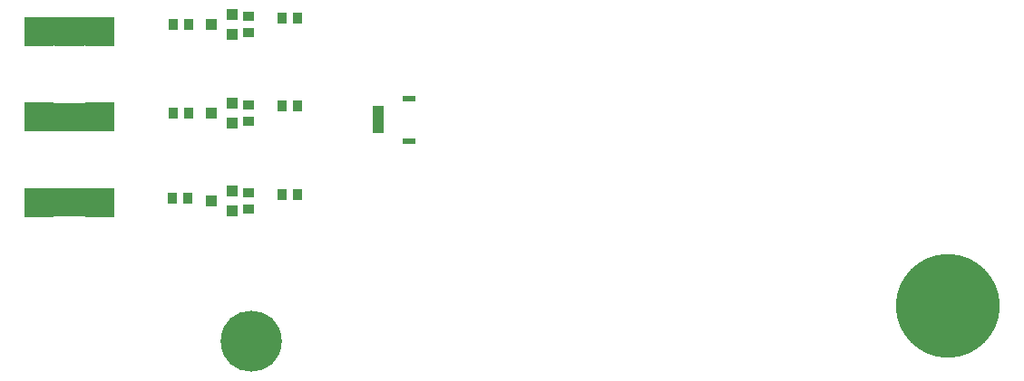
<source format=gbr>
G04 EAGLE Gerber RS-274X export*
G75*
%MOMM*%
%FSLAX34Y34*%
%LPD*%
%INSoldermask Bottom*%
%IPPOS*%
%AMOC8*
5,1,8,0,0,1.08239X$1,22.5*%
G01*
%ADD10C,9.703200*%
%ADD11C,5.703200*%
%ADD12R,2.803200X2.803200*%
%ADD13R,1.053200X0.503200*%
%ADD14R,1.153200X0.603200*%
%ADD15R,1.103200X1.003200*%
%ADD16R,1.092200X0.812800*%
%ADD17R,0.812800X1.092200*%

G36*
X164035Y386677D02*
X164035Y386677D01*
X164101Y386679D01*
X164144Y386697D01*
X164191Y386705D01*
X164248Y386739D01*
X164308Y386764D01*
X164343Y386795D01*
X164384Y386820D01*
X164426Y386871D01*
X164474Y386915D01*
X164496Y386957D01*
X164525Y386994D01*
X164546Y387056D01*
X164577Y387115D01*
X164585Y387169D01*
X164597Y387206D01*
X164596Y387246D01*
X164604Y387300D01*
X164604Y412700D01*
X164593Y412765D01*
X164591Y412831D01*
X164573Y412874D01*
X164565Y412921D01*
X164531Y412978D01*
X164506Y413038D01*
X164475Y413073D01*
X164450Y413114D01*
X164399Y413156D01*
X164355Y413204D01*
X164313Y413226D01*
X164276Y413255D01*
X164214Y413276D01*
X164155Y413307D01*
X164101Y413315D01*
X164064Y413327D01*
X164024Y413326D01*
X163970Y413334D01*
X136030Y413334D01*
X135965Y413323D01*
X135899Y413321D01*
X135856Y413303D01*
X135809Y413295D01*
X135752Y413261D01*
X135692Y413236D01*
X135657Y413205D01*
X135616Y413180D01*
X135575Y413129D01*
X135526Y413085D01*
X135504Y413043D01*
X135475Y413006D01*
X135454Y412944D01*
X135423Y412885D01*
X135415Y412831D01*
X135403Y412794D01*
X135404Y412766D01*
X135403Y412764D01*
X135403Y412749D01*
X135396Y412700D01*
X135396Y387300D01*
X135407Y387235D01*
X135409Y387169D01*
X135427Y387126D01*
X135435Y387079D01*
X135469Y387022D01*
X135494Y386962D01*
X135525Y386927D01*
X135550Y386886D01*
X135601Y386845D01*
X135645Y386796D01*
X135687Y386774D01*
X135724Y386745D01*
X135786Y386724D01*
X135845Y386693D01*
X135899Y386685D01*
X135936Y386673D01*
X135976Y386674D01*
X136030Y386666D01*
X163970Y386666D01*
X164035Y386677D01*
G37*
G36*
X164035Y306677D02*
X164035Y306677D01*
X164101Y306679D01*
X164144Y306697D01*
X164191Y306705D01*
X164248Y306739D01*
X164308Y306764D01*
X164343Y306795D01*
X164384Y306820D01*
X164426Y306871D01*
X164474Y306915D01*
X164496Y306957D01*
X164525Y306994D01*
X164546Y307056D01*
X164577Y307115D01*
X164585Y307169D01*
X164597Y307206D01*
X164596Y307246D01*
X164604Y307300D01*
X164604Y332700D01*
X164593Y332765D01*
X164591Y332831D01*
X164573Y332874D01*
X164565Y332921D01*
X164531Y332978D01*
X164506Y333038D01*
X164475Y333073D01*
X164450Y333114D01*
X164399Y333156D01*
X164355Y333204D01*
X164313Y333226D01*
X164276Y333255D01*
X164214Y333276D01*
X164155Y333307D01*
X164101Y333315D01*
X164064Y333327D01*
X164024Y333326D01*
X163970Y333334D01*
X136030Y333334D01*
X135965Y333323D01*
X135899Y333321D01*
X135856Y333303D01*
X135809Y333295D01*
X135752Y333261D01*
X135692Y333236D01*
X135657Y333205D01*
X135616Y333180D01*
X135575Y333129D01*
X135526Y333085D01*
X135504Y333043D01*
X135475Y333006D01*
X135454Y332944D01*
X135423Y332885D01*
X135415Y332831D01*
X135403Y332794D01*
X135404Y332766D01*
X135403Y332764D01*
X135403Y332749D01*
X135396Y332700D01*
X135396Y307300D01*
X135407Y307235D01*
X135409Y307169D01*
X135427Y307126D01*
X135435Y307079D01*
X135469Y307022D01*
X135494Y306962D01*
X135525Y306927D01*
X135550Y306886D01*
X135601Y306845D01*
X135645Y306796D01*
X135687Y306774D01*
X135724Y306745D01*
X135786Y306724D01*
X135845Y306693D01*
X135899Y306685D01*
X135936Y306673D01*
X135976Y306674D01*
X136030Y306666D01*
X163970Y306666D01*
X164035Y306677D01*
G37*
G36*
X164035Y226677D02*
X164035Y226677D01*
X164101Y226679D01*
X164144Y226697D01*
X164191Y226705D01*
X164248Y226739D01*
X164308Y226764D01*
X164343Y226795D01*
X164384Y226820D01*
X164426Y226871D01*
X164474Y226915D01*
X164496Y226957D01*
X164525Y226994D01*
X164546Y227056D01*
X164577Y227115D01*
X164585Y227169D01*
X164597Y227206D01*
X164596Y227246D01*
X164604Y227300D01*
X164604Y252700D01*
X164593Y252765D01*
X164591Y252831D01*
X164573Y252874D01*
X164565Y252921D01*
X164531Y252978D01*
X164506Y253038D01*
X164475Y253073D01*
X164450Y253114D01*
X164399Y253156D01*
X164355Y253204D01*
X164313Y253226D01*
X164276Y253255D01*
X164214Y253276D01*
X164155Y253307D01*
X164101Y253315D01*
X164064Y253327D01*
X164024Y253326D01*
X163970Y253334D01*
X136030Y253334D01*
X135965Y253323D01*
X135899Y253321D01*
X135856Y253303D01*
X135809Y253295D01*
X135752Y253261D01*
X135692Y253236D01*
X135657Y253205D01*
X135616Y253180D01*
X135575Y253129D01*
X135526Y253085D01*
X135504Y253043D01*
X135475Y253006D01*
X135454Y252944D01*
X135423Y252885D01*
X135415Y252831D01*
X135403Y252794D01*
X135404Y252766D01*
X135403Y252764D01*
X135403Y252749D01*
X135396Y252700D01*
X135396Y227300D01*
X135407Y227235D01*
X135409Y227169D01*
X135427Y227126D01*
X135435Y227079D01*
X135469Y227022D01*
X135494Y226962D01*
X135525Y226927D01*
X135550Y226886D01*
X135601Y226845D01*
X135645Y226796D01*
X135687Y226774D01*
X135724Y226745D01*
X135786Y226724D01*
X135845Y226693D01*
X135899Y226685D01*
X135936Y226673D01*
X135976Y226674D01*
X136030Y226666D01*
X163970Y226666D01*
X164035Y226677D01*
G37*
D10*
X970000Y143350D03*
D11*
X320000Y110000D03*
D12*
X178000Y240000D03*
X122000Y240000D03*
D13*
X438150Y327500D03*
X438150Y322500D03*
X438150Y317500D03*
X438150Y312500D03*
D14*
X466900Y337500D03*
X466900Y297500D03*
D13*
X438150Y307500D03*
D15*
X302133Y333248D03*
X302133Y314452D03*
X282067Y323850D03*
X302133Y415798D03*
X302133Y397002D03*
X282067Y406400D03*
X302133Y250698D03*
X302133Y231902D03*
X282067Y241300D03*
D16*
X317500Y316357D03*
X317500Y331343D03*
D17*
X348107Y330200D03*
X363093Y330200D03*
D16*
X317500Y233807D03*
X317500Y248793D03*
D17*
X348107Y247650D03*
X363093Y247650D03*
D16*
X317500Y398907D03*
X317500Y413893D03*
D17*
X348107Y412750D03*
X363093Y412750D03*
X245907Y243600D03*
X260893Y243600D03*
D12*
X178000Y320000D03*
X122000Y320000D03*
D17*
X246507Y323850D03*
X261493Y323850D03*
D12*
X178000Y400000D03*
X122000Y400000D03*
D17*
X246507Y406400D03*
X261493Y406400D03*
M02*

</source>
